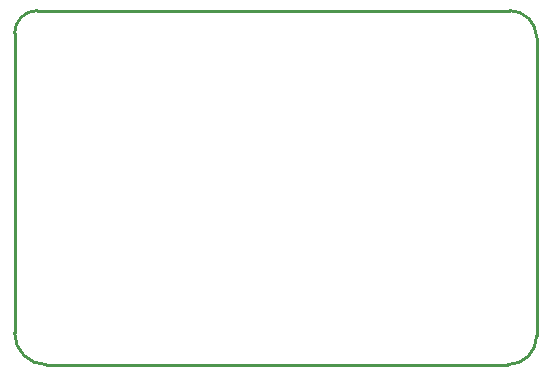
<source format=gko>
G04*
G04 #@! TF.GenerationSoftware,Altium Limited,Altium Designer,21.6.4 (81)*
G04*
G04 Layer_Color=16711935*
%FSLAX25Y25*%
%MOIN*%
G70*
G04*
G04 #@! TF.SameCoordinates,82D07BB3-39A6-4B9F-A2C0-6B90CFECE1EA*
G04*
G04*
G04 #@! TF.FilePolarity,Positive*
G04*
G01*
G75*
%ADD15C,0.01000*%
D15*
X93126Y74008D02*
G03*
X84126Y83008I-9000J0D01*
G01*
X83626Y-34992D02*
G03*
X93126Y-25492I0J9500D01*
G01*
X-80874Y-24492D02*
G03*
X-70374Y-34992I10500J0D01*
G01*
X-73374Y83008D02*
G03*
X-80874Y75508I0J-7500D01*
G01*
X-73374Y83008D02*
X84126D01*
X93126Y-25492D02*
Y74008D01*
X-70374Y-34992D02*
X83626D01*
X-80874Y-24492D02*
Y75508D01*
M02*

</source>
